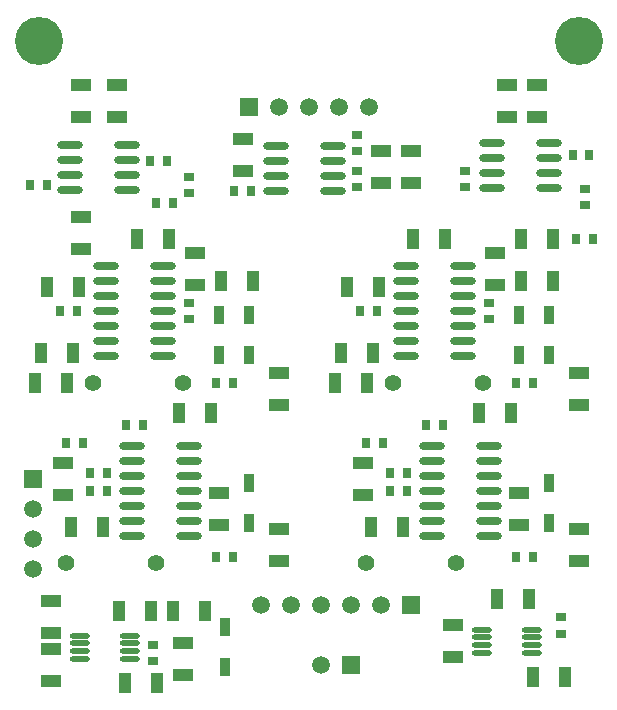
<source format=gbr>
G04 Layer_Color=255*
%FSLAX26Y26*%
%MOIN*%
%TF.FileFunction,Pads,Top*%
%TF.Part,Single*%
G01*
G75*
%TA.AperFunction,SMDPad,CuDef*%
%ADD10O,0.086614X0.023622*%
%ADD11R,0.066929X0.043307*%
%ADD12R,0.035433X0.031496*%
%ADD13R,0.043307X0.066929*%
%ADD14O,0.066929X0.017716*%
%ADD15R,0.031496X0.035433*%
%ADD16R,0.033465X0.062992*%
%TA.AperFunction,ComponentPad*%
%ADD19C,0.059055*%
%ADD20R,0.059055X0.059055*%
%ADD21C,0.055118*%
%ADD22R,0.059055X0.059055*%
%TA.AperFunction,ViaPad*%
%ADD23C,0.160000*%
D10*
X1600000Y1550000D02*
D03*
Y1600000D02*
D03*
Y1650000D02*
D03*
Y1700000D02*
D03*
Y1750000D02*
D03*
Y1800000D02*
D03*
Y1850000D02*
D03*
X1411024Y1550000D02*
D03*
Y1600000D02*
D03*
Y1650000D02*
D03*
Y1700000D02*
D03*
Y1750000D02*
D03*
Y1800000D02*
D03*
Y1850000D02*
D03*
X1514488Y2150000D02*
D03*
Y2200000D02*
D03*
Y2250000D02*
D03*
Y2300000D02*
D03*
Y2350000D02*
D03*
Y2400000D02*
D03*
Y2450000D02*
D03*
X1325512Y2150000D02*
D03*
Y2200000D02*
D03*
Y2250000D02*
D03*
Y2300000D02*
D03*
Y2350000D02*
D03*
Y2400000D02*
D03*
Y2450000D02*
D03*
X2611024Y2860000D02*
D03*
Y2810000D02*
D03*
Y2760000D02*
D03*
Y2710000D02*
D03*
X2800000Y2860000D02*
D03*
Y2810000D02*
D03*
Y2760000D02*
D03*
Y2710000D02*
D03*
X1891024Y2850000D02*
D03*
Y2800000D02*
D03*
Y2750000D02*
D03*
Y2700000D02*
D03*
X2080000Y2850000D02*
D03*
Y2800000D02*
D03*
Y2750000D02*
D03*
Y2700000D02*
D03*
X1205512Y2855000D02*
D03*
Y2805000D02*
D03*
Y2755000D02*
D03*
Y2705000D02*
D03*
X1394488Y2855000D02*
D03*
Y2805000D02*
D03*
Y2755000D02*
D03*
Y2705000D02*
D03*
X2600000Y1550000D02*
D03*
Y1600000D02*
D03*
Y1650000D02*
D03*
Y1700000D02*
D03*
Y1750000D02*
D03*
Y1800000D02*
D03*
Y1850000D02*
D03*
X2411024Y1550000D02*
D03*
Y1600000D02*
D03*
Y1650000D02*
D03*
Y1700000D02*
D03*
Y1750000D02*
D03*
Y1800000D02*
D03*
Y1850000D02*
D03*
X2514488Y2150000D02*
D03*
Y2200000D02*
D03*
Y2250000D02*
D03*
Y2300000D02*
D03*
Y2350000D02*
D03*
Y2400000D02*
D03*
Y2450000D02*
D03*
X2325512Y2150000D02*
D03*
Y2200000D02*
D03*
Y2250000D02*
D03*
Y2300000D02*
D03*
Y2350000D02*
D03*
Y2400000D02*
D03*
Y2450000D02*
D03*
D11*
X2660000Y2946850D02*
D03*
Y3053150D02*
D03*
X2760000Y2946850D02*
D03*
Y3053150D02*
D03*
X1240000Y2946850D02*
D03*
Y3053150D02*
D03*
X1360000Y2946850D02*
D03*
Y3053150D02*
D03*
X1780000Y2873150D02*
D03*
Y2766850D02*
D03*
X2340000Y2833150D02*
D03*
Y2726850D02*
D03*
X2240000Y2833150D02*
D03*
Y2726850D02*
D03*
X2480000Y1253150D02*
D03*
Y1146850D02*
D03*
X1580000Y1086850D02*
D03*
Y1193150D02*
D03*
X1140000Y1333150D02*
D03*
Y1226850D02*
D03*
Y1173150D02*
D03*
Y1066850D02*
D03*
X1240000Y2506850D02*
D03*
Y2613150D02*
D03*
X1620000Y2493150D02*
D03*
Y2386850D02*
D03*
X1900000Y2093150D02*
D03*
Y1986850D02*
D03*
Y1466850D02*
D03*
Y1573150D02*
D03*
X1700000Y1693150D02*
D03*
Y1586850D02*
D03*
X1180000Y1686850D02*
D03*
Y1793150D02*
D03*
X2900000Y1466850D02*
D03*
Y1573150D02*
D03*
X2700000Y1693150D02*
D03*
Y1586850D02*
D03*
X2180000Y1686850D02*
D03*
Y1793150D02*
D03*
X2900000Y2093150D02*
D03*
Y1986850D02*
D03*
X2620000Y2493150D02*
D03*
Y2386850D02*
D03*
D12*
X2160000Y2712441D02*
D03*
Y2767559D02*
D03*
X1480000Y1132441D02*
D03*
Y1187559D02*
D03*
X2840000Y1280000D02*
D03*
Y1224882D02*
D03*
X2520000Y2712441D02*
D03*
Y2767559D02*
D03*
X2160000Y2887559D02*
D03*
Y2832441D02*
D03*
X1600000Y2272441D02*
D03*
Y2327559D02*
D03*
Y2692441D02*
D03*
Y2747559D02*
D03*
X2600000Y2272441D02*
D03*
Y2327559D02*
D03*
X2920000Y2652441D02*
D03*
Y2707559D02*
D03*
D13*
X2626850Y1340000D02*
D03*
X2733150D02*
D03*
X2746850Y1080000D02*
D03*
X2853150D02*
D03*
X1366850Y1300000D02*
D03*
X1473150D02*
D03*
X1493150Y1060000D02*
D03*
X1386850D02*
D03*
X1653150Y1300000D02*
D03*
X1546850D02*
D03*
X1086850Y2060000D02*
D03*
X1193150D02*
D03*
X2453150Y2540000D02*
D03*
X2346850D02*
D03*
X2086850Y2060000D02*
D03*
X2193150D02*
D03*
X1126850Y2380000D02*
D03*
X1233150D02*
D03*
X1106850Y2160000D02*
D03*
X1213150D02*
D03*
X1706850Y2400000D02*
D03*
X1813150D02*
D03*
X1533150Y2540000D02*
D03*
X1426850D02*
D03*
X1673150Y1960000D02*
D03*
X1566850D02*
D03*
X1206850Y1580000D02*
D03*
X1313150D02*
D03*
X2106850Y2160000D02*
D03*
X2213150D02*
D03*
X2813150Y2540000D02*
D03*
X2706850D02*
D03*
X2673150Y1960000D02*
D03*
X2566850D02*
D03*
X2706850Y2400000D02*
D03*
X2813150D02*
D03*
X2206850Y1580000D02*
D03*
X2313150D02*
D03*
X2126850Y2380000D02*
D03*
X2233150D02*
D03*
D14*
X1402677Y1141614D02*
D03*
Y1167205D02*
D03*
Y1192795D02*
D03*
Y1218386D02*
D03*
X1237323Y1141614D02*
D03*
Y1167205D02*
D03*
Y1192795D02*
D03*
Y1218386D02*
D03*
X2742677Y1161614D02*
D03*
Y1187205D02*
D03*
Y1212795D02*
D03*
Y1238386D02*
D03*
X2577323Y1161614D02*
D03*
Y1187205D02*
D03*
Y1212795D02*
D03*
Y1238386D02*
D03*
D15*
X2880000Y2820000D02*
D03*
X2935118D02*
D03*
X1807559Y2700000D02*
D03*
X1752441D02*
D03*
X1127559Y2720000D02*
D03*
X1072441D02*
D03*
X1472441Y2800000D02*
D03*
X1527559D02*
D03*
X1447559Y1920000D02*
D03*
X1392441D02*
D03*
X1327559Y1760000D02*
D03*
X1272441D02*
D03*
X1247559Y1860000D02*
D03*
X1192441D02*
D03*
X1327559Y1700000D02*
D03*
X1272441D02*
D03*
X1547559Y2660000D02*
D03*
X1492441D02*
D03*
X1172441Y2300000D02*
D03*
X1227559D02*
D03*
X2447559Y1920000D02*
D03*
X2392441D02*
D03*
X2327559Y1760000D02*
D03*
X2272441D02*
D03*
X2247559Y1860000D02*
D03*
X2192441D02*
D03*
X2327559Y1700000D02*
D03*
X2272441D02*
D03*
X2947559Y2540000D02*
D03*
X2892441D02*
D03*
X2172441Y2300000D02*
D03*
X2227559D02*
D03*
X1747559Y2060000D02*
D03*
X1692441D02*
D03*
X1747559Y1480000D02*
D03*
X1692441D02*
D03*
X2747559D02*
D03*
X2692441D02*
D03*
X2747559Y2060000D02*
D03*
X2692441D02*
D03*
D16*
X1720000Y1246929D02*
D03*
Y1113071D02*
D03*
X1800000Y1726929D02*
D03*
Y1593071D02*
D03*
Y2153071D02*
D03*
Y2286929D02*
D03*
X1700000Y2153071D02*
D03*
Y2286929D02*
D03*
X2800000Y1726929D02*
D03*
Y1593071D02*
D03*
Y2153071D02*
D03*
Y2286929D02*
D03*
X2700000Y2153071D02*
D03*
Y2286929D02*
D03*
D19*
X2040000Y1120000D02*
D03*
X1900000Y2980000D02*
D03*
X2000000D02*
D03*
X2100000D02*
D03*
X2200000D02*
D03*
X1080000Y1640000D02*
D03*
Y1540000D02*
D03*
Y1440000D02*
D03*
X1840000Y1320000D02*
D03*
X1940000D02*
D03*
X2040000D02*
D03*
X2140000D02*
D03*
X2240000D02*
D03*
D20*
X2140000Y1120000D02*
D03*
X1800000Y2980000D02*
D03*
X2340000Y1320000D02*
D03*
D21*
X1190000Y1460000D02*
D03*
X1490000D02*
D03*
X1280000Y2060000D02*
D03*
X1580000D02*
D03*
X2190000Y1460000D02*
D03*
X2490000D02*
D03*
X2280000Y2060000D02*
D03*
X2580000D02*
D03*
D22*
X1080000Y1740000D02*
D03*
D23*
X1100000Y3200000D02*
D03*
X2900000D02*
D03*
%TF.MD5,0555b08b8be51e439c75f81b98ba8f97*%
M02*

</source>
